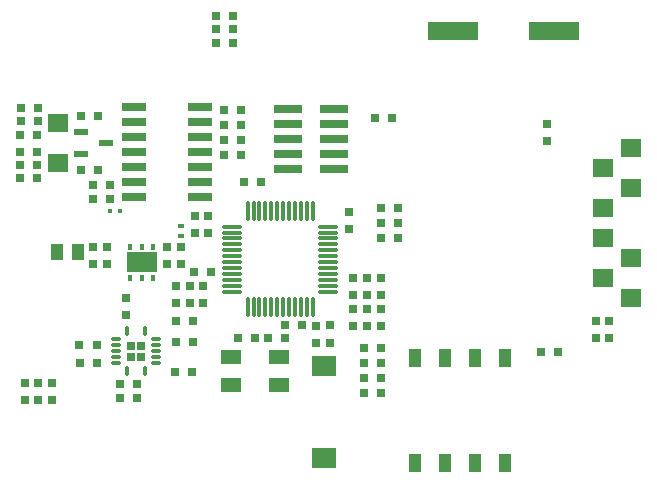
<source format=gtp>
G04*
G04 #@! TF.GenerationSoftware,Altium Limited,Altium Designer,20.0.13 (296)*
G04*
G04 Layer_Color=8421504*
%FSLAX25Y25*%
%MOIN*%
G70*
G01*
G75*
%ADD20R,0.02500X0.02500*%
%ADD21R,0.02953X0.03150*%
%ADD22R,0.07000X0.06400*%
%ADD23R,0.03150X0.02953*%
%ADD24R,0.08000X0.02600*%
%ADD25R,0.05118X0.02362*%
%ADD26R,0.01772X0.01772*%
%ADD27O,0.01181X0.03347*%
%ADD28O,0.03347X0.01181*%
G04:AMPARAMS|DCode=29|XSize=68.9mil|YSize=98.43mil|CornerRadius=3.45mil|HoleSize=0mil|Usage=FLASHONLY|Rotation=90.000|XOffset=0mil|YOffset=0mil|HoleType=Round|Shape=RoundedRectangle|*
%AMROUNDEDRECTD29*
21,1,0.06890,0.09153,0,0,90.0*
21,1,0.06201,0.09843,0,0,90.0*
1,1,0.00689,0.04577,0.03100*
1,1,0.00689,0.04577,-0.03100*
1,1,0.00689,-0.04577,-0.03100*
1,1,0.00689,-0.04577,0.03100*
%
%ADD29ROUNDEDRECTD29*%
%ADD30R,0.01772X0.01968*%
%ADD31R,0.04200X0.05500*%
%ADD32R,0.02165X0.01772*%
%ADD33R,0.09449X0.02992*%
%ADD34R,0.16535X0.05906*%
%ADD35R,0.03150X0.03150*%
%ADD36R,0.04331X0.05906*%
%ADD37R,0.07874X0.07087*%
%ADD38R,0.07087X0.04724*%
%ADD39O,0.07087X0.01181*%
%ADD40O,0.01181X0.07087*%
D20*
X95150Y40750D02*
D03*
Y44250D02*
D03*
X98650D02*
D03*
Y40750D02*
D03*
D21*
X237409Y42300D02*
D03*
X231700D02*
D03*
X123391Y154300D02*
D03*
X129100D02*
D03*
X123446Y149800D02*
D03*
X129154D02*
D03*
X123446Y145400D02*
D03*
X129154D02*
D03*
X152209Y51100D02*
D03*
X146500D02*
D03*
X78600Y120800D02*
D03*
X84309D02*
D03*
X78600Y103000D02*
D03*
X84309D02*
D03*
X88154Y97900D02*
D03*
X82446D02*
D03*
X88154Y93400D02*
D03*
X82446D02*
D03*
X58346Y119200D02*
D03*
X64054D02*
D03*
X58346Y123700D02*
D03*
X64054D02*
D03*
X58246Y104600D02*
D03*
X63954D02*
D03*
X58246Y100100D02*
D03*
X63954D02*
D03*
X116291Y68900D02*
D03*
X122000D02*
D03*
X126100Y122900D02*
D03*
X131809D02*
D03*
Y117900D02*
D03*
X126100D02*
D03*
X131809Y112900D02*
D03*
X126100D02*
D03*
Y107900D02*
D03*
X131809D02*
D03*
X132746Y98900D02*
D03*
X138454D02*
D03*
X178346Y85200D02*
D03*
X184054D02*
D03*
X178346Y90200D02*
D03*
X184054D02*
D03*
X178346Y80200D02*
D03*
X184054D02*
D03*
X172846Y43700D02*
D03*
X178554D02*
D03*
X172846Y38700D02*
D03*
X178554D02*
D03*
X172846Y28700D02*
D03*
X178554D02*
D03*
X172846Y33700D02*
D03*
X178554D02*
D03*
X146409Y46800D02*
D03*
X140700D02*
D03*
X136554D02*
D03*
X130846D02*
D03*
X110046Y52500D02*
D03*
X115754D02*
D03*
X110046Y45500D02*
D03*
X115754D02*
D03*
X109846Y35700D02*
D03*
X115554D02*
D03*
X91546Y31500D02*
D03*
X97254D02*
D03*
X91546Y27000D02*
D03*
X97254D02*
D03*
X83700Y44700D02*
D03*
X77991D02*
D03*
X83754Y38500D02*
D03*
X78046D02*
D03*
X182200Y120200D02*
D03*
X176491D02*
D03*
D22*
X261700Y110400D02*
D03*
Y97000D02*
D03*
X252600Y103700D02*
D03*
Y90300D02*
D03*
X261700Y73600D02*
D03*
Y60200D02*
D03*
X252600Y80200D02*
D03*
Y66800D02*
D03*
X70800Y118600D02*
D03*
Y105200D02*
D03*
D23*
X254600Y52500D02*
D03*
Y46791D02*
D03*
X250100Y52554D02*
D03*
Y46846D02*
D03*
X116500Y81846D02*
D03*
Y87554D02*
D03*
X111700Y77354D02*
D03*
Y71646D02*
D03*
X63956Y114754D02*
D03*
Y109046D02*
D03*
X58300Y114754D02*
D03*
Y109046D02*
D03*
X119200Y58691D02*
D03*
Y64400D02*
D03*
X114700Y58691D02*
D03*
Y64400D02*
D03*
X110200Y58691D02*
D03*
Y64400D02*
D03*
X107200Y77354D02*
D03*
Y71646D02*
D03*
X93500Y54646D02*
D03*
Y60354D02*
D03*
X87100Y77254D02*
D03*
Y71546D02*
D03*
X82600Y77254D02*
D03*
Y71546D02*
D03*
X121000Y81846D02*
D03*
Y87554D02*
D03*
X233700Y118154D02*
D03*
Y112446D02*
D03*
X167800Y89000D02*
D03*
Y83291D02*
D03*
X178600Y66809D02*
D03*
Y61100D02*
D03*
X173900Y66809D02*
D03*
Y61100D02*
D03*
X169300Y66809D02*
D03*
Y61100D02*
D03*
X161600Y45400D02*
D03*
Y51109D02*
D03*
X156900Y51000D02*
D03*
Y45291D02*
D03*
X68700Y32054D02*
D03*
Y26346D02*
D03*
X64200Y32054D02*
D03*
Y26346D02*
D03*
X59700Y32054D02*
D03*
Y26346D02*
D03*
D24*
X96300Y108900D02*
D03*
X118300Y123900D02*
D03*
X96300D02*
D03*
Y118900D02*
D03*
Y113900D02*
D03*
X118300Y118900D02*
D03*
Y113900D02*
D03*
Y108900D02*
D03*
X96300Y103900D02*
D03*
Y98900D02*
D03*
Y93900D02*
D03*
X118300Y103900D02*
D03*
Y98900D02*
D03*
Y93900D02*
D03*
D25*
X86934Y111900D02*
D03*
X78666Y108160D02*
D03*
Y115640D02*
D03*
D26*
X88225Y89400D02*
D03*
X91375D02*
D03*
D27*
X93947Y35807D02*
D03*
X99853D02*
D03*
Y49193D02*
D03*
X93947D02*
D03*
D28*
X103593Y38563D02*
D03*
Y40532D02*
D03*
Y42500D02*
D03*
Y44469D02*
D03*
Y46437D02*
D03*
X90207D02*
D03*
Y44469D02*
D03*
Y42500D02*
D03*
Y40532D02*
D03*
Y38563D02*
D03*
D29*
X98700Y72200D02*
D03*
D30*
X94960Y77318D02*
D03*
X102440Y67082D02*
D03*
X94960D02*
D03*
X102440Y77318D02*
D03*
X98700D02*
D03*
X98700Y67082D02*
D03*
D31*
X77500Y75600D02*
D03*
X70500D02*
D03*
D32*
X111700Y84343D02*
D03*
Y80800D02*
D03*
D33*
X162900Y103300D02*
D03*
Y108300D02*
D03*
Y113300D02*
D03*
Y118300D02*
D03*
Y123300D02*
D03*
X147546D02*
D03*
Y118300D02*
D03*
Y113300D02*
D03*
Y108300D02*
D03*
Y103300D02*
D03*
D34*
X202621Y149100D02*
D03*
X236179D02*
D03*
D35*
X178600Y56754D02*
D03*
Y50849D02*
D03*
X173900Y56754D02*
D03*
Y50849D02*
D03*
X169300Y56754D02*
D03*
Y50849D02*
D03*
D36*
X220000Y40420D02*
D03*
Y5380D02*
D03*
X210000Y40420D02*
D03*
Y5380D02*
D03*
X200000Y40420D02*
D03*
Y5380D02*
D03*
X190000Y40420D02*
D03*
Y5380D02*
D03*
D37*
X159400Y6946D02*
D03*
Y37654D02*
D03*
D38*
X144374Y31176D02*
D03*
X128626D02*
D03*
X144374Y40624D02*
D03*
X128626D02*
D03*
D39*
X128955Y62373D02*
D03*
Y64342D02*
D03*
Y66310D02*
D03*
Y68279D02*
D03*
Y70247D02*
D03*
Y72216D02*
D03*
Y74184D02*
D03*
Y76153D02*
D03*
Y78121D02*
D03*
Y80090D02*
D03*
Y82058D02*
D03*
Y84027D02*
D03*
X160845D02*
D03*
Y82058D02*
D03*
Y80090D02*
D03*
Y78121D02*
D03*
Y76153D02*
D03*
Y74184D02*
D03*
Y72216D02*
D03*
Y70247D02*
D03*
Y68279D02*
D03*
Y66310D02*
D03*
Y64342D02*
D03*
Y62373D02*
D03*
D40*
X134073Y89145D02*
D03*
X136042D02*
D03*
X138010D02*
D03*
X139979D02*
D03*
X141947D02*
D03*
X143916D02*
D03*
X145884D02*
D03*
X147853D02*
D03*
X149821D02*
D03*
X151790D02*
D03*
X153758D02*
D03*
X155727D02*
D03*
Y57255D02*
D03*
X153758D02*
D03*
X151790D02*
D03*
X149821D02*
D03*
X147853D02*
D03*
X145884D02*
D03*
X143916D02*
D03*
X141947D02*
D03*
X139979D02*
D03*
X138010D02*
D03*
X136042D02*
D03*
X134073D02*
D03*
M02*

</source>
